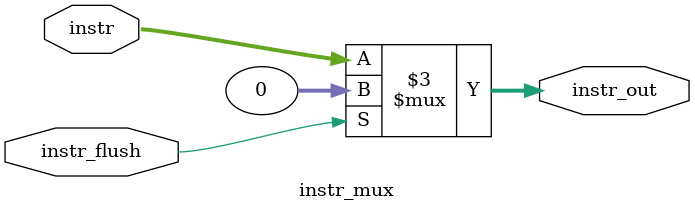
<source format=sv>
module instr_mux (
    input instr_flush,
    input [31:0] instr,

    output logic [31:0] instr_out
);

always_comb begin
    if(instr_flush)
        instr_out = 32'b0;
    else
        instr_out = instr;
end

endmodule
</source>
